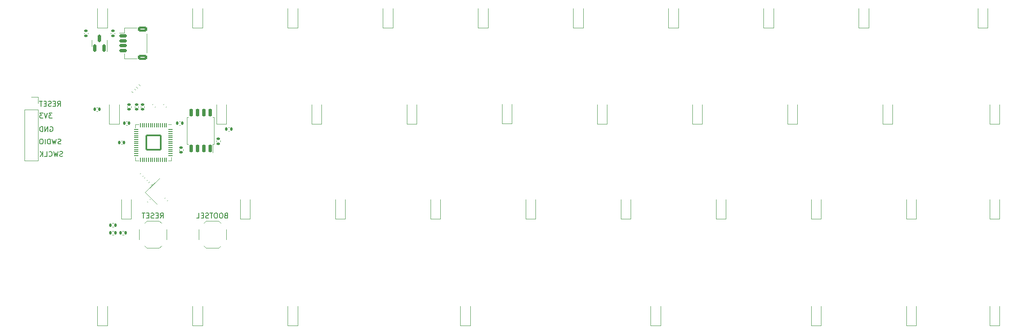
<source format=gbo>
%TF.GenerationSoftware,KiCad,Pcbnew,7.0.6*%
%TF.CreationDate,2023-07-31T23:10:21-04:00*%
%TF.ProjectId,cutiepie2040-hotswap,63757469-6570-4696-9532-3034302d686f,rev?*%
%TF.SameCoordinates,PX2d6b3a0PY6f46b48*%
%TF.FileFunction,Legend,Bot*%
%TF.FilePolarity,Positive*%
%FSLAX46Y46*%
G04 Gerber Fmt 4.6, Leading zero omitted, Abs format (unit mm)*
G04 Created by KiCad (PCBNEW 7.0.6) date 2023-07-31 23:10:21*
%MOMM*%
%LPD*%
G01*
G04 APERTURE LIST*
G04 Aperture macros list*
%AMRoundRect*
0 Rectangle with rounded corners*
0 $1 Rounding radius*
0 $2 $3 $4 $5 $6 $7 $8 $9 X,Y pos of 4 corners*
0 Add a 4 corners polygon primitive as box body*
4,1,4,$2,$3,$4,$5,$6,$7,$8,$9,$2,$3,0*
0 Add four circle primitives for the rounded corners*
1,1,$1+$1,$2,$3*
1,1,$1+$1,$4,$5*
1,1,$1+$1,$6,$7*
1,1,$1+$1,$8,$9*
0 Add four rect primitives between the rounded corners*
20,1,$1+$1,$2,$3,$4,$5,0*
20,1,$1+$1,$4,$5,$6,$7,0*
20,1,$1+$1,$6,$7,$8,$9,0*
20,1,$1+$1,$8,$9,$2,$3,0*%
%AMRotRect*
0 Rectangle, with rotation*
0 The origin of the aperture is its center*
0 $1 length*
0 $2 width*
0 $3 Rotation angle, in degrees counterclockwise*
0 Add horizontal line*
21,1,$1,$2,0,0,$3*%
G04 Aperture macros list end*
%ADD10C,0.150000*%
%ADD11C,0.120000*%
%ADD12C,1.750000*%
%ADD13C,3.000000*%
%ADD14C,3.987800*%
%ADD15R,2.550000X2.500000*%
%ADD16RoundRect,0.140000X0.021213X-0.219203X0.219203X-0.021213X-0.021213X0.219203X-0.219203X0.021213X0*%
%ADD17R,1.200000X0.900000*%
%ADD18R,1.700000X1.000000*%
%ADD19RoundRect,0.135000X0.035355X-0.226274X0.226274X-0.035355X-0.035355X0.226274X-0.226274X0.035355X0*%
%ADD20RoundRect,0.135000X-0.135000X-0.185000X0.135000X-0.185000X0.135000X0.185000X-0.135000X0.185000X0*%
%ADD21RoundRect,0.135000X0.185000X-0.135000X0.185000X0.135000X-0.185000X0.135000X-0.185000X-0.135000X0*%
%ADD22RoundRect,0.140000X0.170000X-0.140000X0.170000X0.140000X-0.170000X0.140000X-0.170000X-0.140000X0*%
%ADD23C,3.048000*%
%ADD24RoundRect,0.140000X-0.170000X0.140000X-0.170000X-0.140000X0.170000X-0.140000X0.170000X0.140000X0*%
%ADD25RoundRect,0.140000X0.140000X0.170000X-0.140000X0.170000X-0.140000X-0.170000X0.140000X-0.170000X0*%
%ADD26RoundRect,0.135000X-0.226274X-0.035355X-0.035355X-0.226274X0.226274X0.035355X0.035355X0.226274X0*%
%ADD27R,2.550000X2.150000*%
%ADD28RoundRect,0.140000X-0.021213X0.219203X-0.219203X0.021213X0.021213X-0.219203X0.219203X-0.021213X0*%
%ADD29RoundRect,0.140000X-0.140000X-0.170000X0.140000X-0.170000X0.140000X0.170000X-0.140000X0.170000X0*%
%ADD30RoundRect,0.150000X0.150000X-0.587500X0.150000X0.587500X-0.150000X0.587500X-0.150000X-0.587500X0*%
%ADD31RoundRect,0.150000X0.150000X-0.650000X0.150000X0.650000X-0.150000X0.650000X-0.150000X-0.650000X0*%
%ADD32RoundRect,0.050000X0.387500X0.050000X-0.387500X0.050000X-0.387500X-0.050000X0.387500X-0.050000X0*%
%ADD33RoundRect,0.050000X0.050000X0.387500X-0.050000X0.387500X-0.050000X-0.387500X0.050000X-0.387500X0*%
%ADD34RoundRect,0.144000X1.456000X1.456000X-1.456000X1.456000X-1.456000X-1.456000X1.456000X-1.456000X0*%
%ADD35R,1.700000X1.700000*%
%ADD36O,1.700000X1.700000*%
%ADD37RoundRect,0.140000X0.219203X0.021213X0.021213X0.219203X-0.219203X-0.021213X-0.021213X-0.219203X0*%
%ADD38RoundRect,0.150000X-0.625000X0.150000X-0.625000X-0.150000X0.625000X-0.150000X0.625000X0.150000X0*%
%ADD39RoundRect,0.229167X-0.670833X0.320833X-0.670833X-0.320833X0.670833X-0.320833X0.670833X0.320833X0*%
%ADD40RotRect,1.400000X1.200000X45.000000*%
G04 APERTURE END LIST*
D10*
X6000606Y48765615D02*
X5381559Y48765615D01*
X5381559Y48765615D02*
X5714892Y48384663D01*
X5714892Y48384663D02*
X5572035Y48384663D01*
X5572035Y48384663D02*
X5476797Y48337044D01*
X5476797Y48337044D02*
X5429178Y48289425D01*
X5429178Y48289425D02*
X5381559Y48194187D01*
X5381559Y48194187D02*
X5381559Y47956092D01*
X5381559Y47956092D02*
X5429178Y47860854D01*
X5429178Y47860854D02*
X5476797Y47813234D01*
X5476797Y47813234D02*
X5572035Y47765615D01*
X5572035Y47765615D02*
X5857749Y47765615D01*
X5857749Y47765615D02*
X5952987Y47813234D01*
X5952987Y47813234D02*
X6000606Y47860854D01*
X5095844Y48765615D02*
X4762511Y47765615D01*
X4762511Y47765615D02*
X4429178Y48765615D01*
X4191082Y48765615D02*
X3572035Y48765615D01*
X3572035Y48765615D02*
X3905368Y48384663D01*
X3905368Y48384663D02*
X3762511Y48384663D01*
X3762511Y48384663D02*
X3667273Y48337044D01*
X3667273Y48337044D02*
X3619654Y48289425D01*
X3619654Y48289425D02*
X3572035Y48194187D01*
X3572035Y48194187D02*
X3572035Y47956092D01*
X3572035Y47956092D02*
X3619654Y47860854D01*
X3619654Y47860854D02*
X3667273Y47813234D01*
X3667273Y47813234D02*
X3762511Y47765615D01*
X3762511Y47765615D02*
X4048225Y47765615D01*
X4048225Y47765615D02*
X4143463Y47813234D01*
X4143463Y47813234D02*
X4191082Y47860854D01*
X7107864Y50146871D02*
X7441197Y50623062D01*
X7679292Y50146871D02*
X7679292Y51146871D01*
X7679292Y51146871D02*
X7298340Y51146871D01*
X7298340Y51146871D02*
X7203102Y51099252D01*
X7203102Y51099252D02*
X7155483Y51051633D01*
X7155483Y51051633D02*
X7107864Y50956395D01*
X7107864Y50956395D02*
X7107864Y50813538D01*
X7107864Y50813538D02*
X7155483Y50718300D01*
X7155483Y50718300D02*
X7203102Y50670681D01*
X7203102Y50670681D02*
X7298340Y50623062D01*
X7298340Y50623062D02*
X7679292Y50623062D01*
X6679292Y50670681D02*
X6345959Y50670681D01*
X6203102Y50146871D02*
X6679292Y50146871D01*
X6679292Y50146871D02*
X6679292Y51146871D01*
X6679292Y51146871D02*
X6203102Y51146871D01*
X5822149Y50194490D02*
X5679292Y50146871D01*
X5679292Y50146871D02*
X5441197Y50146871D01*
X5441197Y50146871D02*
X5345959Y50194490D01*
X5345959Y50194490D02*
X5298340Y50242110D01*
X5298340Y50242110D02*
X5250721Y50337348D01*
X5250721Y50337348D02*
X5250721Y50432586D01*
X5250721Y50432586D02*
X5298340Y50527824D01*
X5298340Y50527824D02*
X5345959Y50575443D01*
X5345959Y50575443D02*
X5441197Y50623062D01*
X5441197Y50623062D02*
X5631673Y50670681D01*
X5631673Y50670681D02*
X5726911Y50718300D01*
X5726911Y50718300D02*
X5774530Y50765919D01*
X5774530Y50765919D02*
X5822149Y50861157D01*
X5822149Y50861157D02*
X5822149Y50956395D01*
X5822149Y50956395D02*
X5774530Y51051633D01*
X5774530Y51051633D02*
X5726911Y51099252D01*
X5726911Y51099252D02*
X5631673Y51146871D01*
X5631673Y51146871D02*
X5393578Y51146871D01*
X5393578Y51146871D02*
X5250721Y51099252D01*
X4822149Y50670681D02*
X4488816Y50670681D01*
X4345959Y50146871D02*
X4822149Y50146871D01*
X4822149Y50146871D02*
X4822149Y51146871D01*
X4822149Y51146871D02*
X4345959Y51146871D01*
X4060244Y51146871D02*
X3488816Y51146871D01*
X3774530Y50146871D02*
X3774530Y51146871D01*
X5611784Y46039083D02*
X5707022Y46086702D01*
X5707022Y46086702D02*
X5849879Y46086702D01*
X5849879Y46086702D02*
X5992736Y46039083D01*
X5992736Y46039083D02*
X6087974Y45943845D01*
X6087974Y45943845D02*
X6135593Y45848607D01*
X6135593Y45848607D02*
X6183212Y45658131D01*
X6183212Y45658131D02*
X6183212Y45515274D01*
X6183212Y45515274D02*
X6135593Y45324798D01*
X6135593Y45324798D02*
X6087974Y45229560D01*
X6087974Y45229560D02*
X5992736Y45134321D01*
X5992736Y45134321D02*
X5849879Y45086702D01*
X5849879Y45086702D02*
X5754641Y45086702D01*
X5754641Y45086702D02*
X5611784Y45134321D01*
X5611784Y45134321D02*
X5564165Y45181941D01*
X5564165Y45181941D02*
X5564165Y45515274D01*
X5564165Y45515274D02*
X5754641Y45515274D01*
X5135593Y45086702D02*
X5135593Y46086702D01*
X5135593Y46086702D02*
X4564165Y45086702D01*
X4564165Y45086702D02*
X4564165Y46086702D01*
X4087974Y45086702D02*
X4087974Y46086702D01*
X4087974Y46086702D02*
X3849879Y46086702D01*
X3849879Y46086702D02*
X3707022Y46039083D01*
X3707022Y46039083D02*
X3611784Y45943845D01*
X3611784Y45943845D02*
X3564165Y45848607D01*
X3564165Y45848607D02*
X3516546Y45658131D01*
X3516546Y45658131D02*
X3516546Y45515274D01*
X3516546Y45515274D02*
X3564165Y45324798D01*
X3564165Y45324798D02*
X3611784Y45229560D01*
X3611784Y45229560D02*
X3707022Y45134321D01*
X3707022Y45134321D02*
X3849879Y45086702D01*
X3849879Y45086702D02*
X4087974Y45086702D01*
X8111784Y40130594D02*
X7968927Y40082975D01*
X7968927Y40082975D02*
X7730832Y40082975D01*
X7730832Y40082975D02*
X7635594Y40130594D01*
X7635594Y40130594D02*
X7587975Y40178214D01*
X7587975Y40178214D02*
X7540356Y40273452D01*
X7540356Y40273452D02*
X7540356Y40368690D01*
X7540356Y40368690D02*
X7587975Y40463928D01*
X7587975Y40463928D02*
X7635594Y40511547D01*
X7635594Y40511547D02*
X7730832Y40559166D01*
X7730832Y40559166D02*
X7921308Y40606785D01*
X7921308Y40606785D02*
X8016546Y40654404D01*
X8016546Y40654404D02*
X8064165Y40702023D01*
X8064165Y40702023D02*
X8111784Y40797261D01*
X8111784Y40797261D02*
X8111784Y40892499D01*
X8111784Y40892499D02*
X8064165Y40987737D01*
X8064165Y40987737D02*
X8016546Y41035356D01*
X8016546Y41035356D02*
X7921308Y41082975D01*
X7921308Y41082975D02*
X7683213Y41082975D01*
X7683213Y41082975D02*
X7540356Y41035356D01*
X7207022Y41082975D02*
X6968927Y40082975D01*
X6968927Y40082975D02*
X6778451Y40797261D01*
X6778451Y40797261D02*
X6587975Y40082975D01*
X6587975Y40082975D02*
X6349880Y41082975D01*
X5397499Y40178214D02*
X5445118Y40130594D01*
X5445118Y40130594D02*
X5587975Y40082975D01*
X5587975Y40082975D02*
X5683213Y40082975D01*
X5683213Y40082975D02*
X5826070Y40130594D01*
X5826070Y40130594D02*
X5921308Y40225833D01*
X5921308Y40225833D02*
X5968927Y40321071D01*
X5968927Y40321071D02*
X6016546Y40511547D01*
X6016546Y40511547D02*
X6016546Y40654404D01*
X6016546Y40654404D02*
X5968927Y40844880D01*
X5968927Y40844880D02*
X5921308Y40940118D01*
X5921308Y40940118D02*
X5826070Y41035356D01*
X5826070Y41035356D02*
X5683213Y41082975D01*
X5683213Y41082975D02*
X5587975Y41082975D01*
X5587975Y41082975D02*
X5445118Y41035356D01*
X5445118Y41035356D02*
X5397499Y40987737D01*
X4492737Y40082975D02*
X4968927Y40082975D01*
X4968927Y40082975D02*
X4968927Y41082975D01*
X4159403Y40082975D02*
X4159403Y41082975D01*
X3587975Y40082975D02*
X4016546Y40654404D01*
X3587975Y41082975D02*
X4159403Y40511547D01*
X7768926Y42630594D02*
X7626069Y42582975D01*
X7626069Y42582975D02*
X7387974Y42582975D01*
X7387974Y42582975D02*
X7292736Y42630594D01*
X7292736Y42630594D02*
X7245117Y42678214D01*
X7245117Y42678214D02*
X7197498Y42773452D01*
X7197498Y42773452D02*
X7197498Y42868690D01*
X7197498Y42868690D02*
X7245117Y42963928D01*
X7245117Y42963928D02*
X7292736Y43011547D01*
X7292736Y43011547D02*
X7387974Y43059166D01*
X7387974Y43059166D02*
X7578450Y43106785D01*
X7578450Y43106785D02*
X7673688Y43154404D01*
X7673688Y43154404D02*
X7721307Y43202023D01*
X7721307Y43202023D02*
X7768926Y43297261D01*
X7768926Y43297261D02*
X7768926Y43392499D01*
X7768926Y43392499D02*
X7721307Y43487737D01*
X7721307Y43487737D02*
X7673688Y43535356D01*
X7673688Y43535356D02*
X7578450Y43582975D01*
X7578450Y43582975D02*
X7340355Y43582975D01*
X7340355Y43582975D02*
X7197498Y43535356D01*
X6864164Y43582975D02*
X6626069Y42582975D01*
X6626069Y42582975D02*
X6435593Y43297261D01*
X6435593Y43297261D02*
X6245117Y42582975D01*
X6245117Y42582975D02*
X6007022Y43582975D01*
X5626069Y42582975D02*
X5626069Y43582975D01*
X5626069Y43582975D02*
X5387974Y43582975D01*
X5387974Y43582975D02*
X5245117Y43535356D01*
X5245117Y43535356D02*
X5149879Y43440118D01*
X5149879Y43440118D02*
X5102260Y43344880D01*
X5102260Y43344880D02*
X5054641Y43154404D01*
X5054641Y43154404D02*
X5054641Y43011547D01*
X5054641Y43011547D02*
X5102260Y42821071D01*
X5102260Y42821071D02*
X5149879Y42725833D01*
X5149879Y42725833D02*
X5245117Y42630594D01*
X5245117Y42630594D02*
X5387974Y42582975D01*
X5387974Y42582975D02*
X5626069Y42582975D01*
X4626069Y42582975D02*
X4626069Y43582975D01*
X3959403Y43582975D02*
X3768927Y43582975D01*
X3768927Y43582975D02*
X3673689Y43535356D01*
X3673689Y43535356D02*
X3578451Y43440118D01*
X3578451Y43440118D02*
X3530832Y43249642D01*
X3530832Y43249642D02*
X3530832Y42916309D01*
X3530832Y42916309D02*
X3578451Y42725833D01*
X3578451Y42725833D02*
X3673689Y42630594D01*
X3673689Y42630594D02*
X3768927Y42582975D01*
X3768927Y42582975D02*
X3959403Y42582975D01*
X3959403Y42582975D02*
X4054641Y42630594D01*
X4054641Y42630594D02*
X4149879Y42725833D01*
X4149879Y42725833D02*
X4197498Y42916309D01*
X4197498Y42916309D02*
X4197498Y43249642D01*
X4197498Y43249642D02*
X4149879Y43440118D01*
X4149879Y43440118D02*
X4054641Y43535356D01*
X4054641Y43535356D02*
X3959403Y43582975D01*
X27646197Y27703055D02*
X27979530Y28179246D01*
X28217625Y27703055D02*
X28217625Y28703055D01*
X28217625Y28703055D02*
X27836673Y28703055D01*
X27836673Y28703055D02*
X27741435Y28655436D01*
X27741435Y28655436D02*
X27693816Y28607817D01*
X27693816Y28607817D02*
X27646197Y28512579D01*
X27646197Y28512579D02*
X27646197Y28369722D01*
X27646197Y28369722D02*
X27693816Y28274484D01*
X27693816Y28274484D02*
X27741435Y28226865D01*
X27741435Y28226865D02*
X27836673Y28179246D01*
X27836673Y28179246D02*
X28217625Y28179246D01*
X27217625Y28226865D02*
X26884292Y28226865D01*
X26741435Y27703055D02*
X27217625Y27703055D01*
X27217625Y27703055D02*
X27217625Y28703055D01*
X27217625Y28703055D02*
X26741435Y28703055D01*
X26360482Y27750674D02*
X26217625Y27703055D01*
X26217625Y27703055D02*
X25979530Y27703055D01*
X25979530Y27703055D02*
X25884292Y27750674D01*
X25884292Y27750674D02*
X25836673Y27798294D01*
X25836673Y27798294D02*
X25789054Y27893532D01*
X25789054Y27893532D02*
X25789054Y27988770D01*
X25789054Y27988770D02*
X25836673Y28084008D01*
X25836673Y28084008D02*
X25884292Y28131627D01*
X25884292Y28131627D02*
X25979530Y28179246D01*
X25979530Y28179246D02*
X26170006Y28226865D01*
X26170006Y28226865D02*
X26265244Y28274484D01*
X26265244Y28274484D02*
X26312863Y28322103D01*
X26312863Y28322103D02*
X26360482Y28417341D01*
X26360482Y28417341D02*
X26360482Y28512579D01*
X26360482Y28512579D02*
X26312863Y28607817D01*
X26312863Y28607817D02*
X26265244Y28655436D01*
X26265244Y28655436D02*
X26170006Y28703055D01*
X26170006Y28703055D02*
X25931911Y28703055D01*
X25931911Y28703055D02*
X25789054Y28655436D01*
X25360482Y28226865D02*
X25027149Y28226865D01*
X24884292Y27703055D02*
X25360482Y27703055D01*
X25360482Y27703055D02*
X25360482Y28703055D01*
X25360482Y28703055D02*
X24884292Y28703055D01*
X24598577Y28703055D02*
X24027149Y28703055D01*
X24312863Y27703055D02*
X24312863Y28703055D01*
X40790572Y28226865D02*
X40647715Y28179246D01*
X40647715Y28179246D02*
X40600096Y28131627D01*
X40600096Y28131627D02*
X40552477Y28036389D01*
X40552477Y28036389D02*
X40552477Y27893532D01*
X40552477Y27893532D02*
X40600096Y27798294D01*
X40600096Y27798294D02*
X40647715Y27750674D01*
X40647715Y27750674D02*
X40742953Y27703055D01*
X40742953Y27703055D02*
X41123905Y27703055D01*
X41123905Y27703055D02*
X41123905Y28703055D01*
X41123905Y28703055D02*
X40790572Y28703055D01*
X40790572Y28703055D02*
X40695334Y28655436D01*
X40695334Y28655436D02*
X40647715Y28607817D01*
X40647715Y28607817D02*
X40600096Y28512579D01*
X40600096Y28512579D02*
X40600096Y28417341D01*
X40600096Y28417341D02*
X40647715Y28322103D01*
X40647715Y28322103D02*
X40695334Y28274484D01*
X40695334Y28274484D02*
X40790572Y28226865D01*
X40790572Y28226865D02*
X41123905Y28226865D01*
X39933429Y28703055D02*
X39742953Y28703055D01*
X39742953Y28703055D02*
X39647715Y28655436D01*
X39647715Y28655436D02*
X39552477Y28560198D01*
X39552477Y28560198D02*
X39504858Y28369722D01*
X39504858Y28369722D02*
X39504858Y28036389D01*
X39504858Y28036389D02*
X39552477Y27845913D01*
X39552477Y27845913D02*
X39647715Y27750674D01*
X39647715Y27750674D02*
X39742953Y27703055D01*
X39742953Y27703055D02*
X39933429Y27703055D01*
X39933429Y27703055D02*
X40028667Y27750674D01*
X40028667Y27750674D02*
X40123905Y27845913D01*
X40123905Y27845913D02*
X40171524Y28036389D01*
X40171524Y28036389D02*
X40171524Y28369722D01*
X40171524Y28369722D02*
X40123905Y28560198D01*
X40123905Y28560198D02*
X40028667Y28655436D01*
X40028667Y28655436D02*
X39933429Y28703055D01*
X38885810Y28703055D02*
X38695334Y28703055D01*
X38695334Y28703055D02*
X38600096Y28655436D01*
X38600096Y28655436D02*
X38504858Y28560198D01*
X38504858Y28560198D02*
X38457239Y28369722D01*
X38457239Y28369722D02*
X38457239Y28036389D01*
X38457239Y28036389D02*
X38504858Y27845913D01*
X38504858Y27845913D02*
X38600096Y27750674D01*
X38600096Y27750674D02*
X38695334Y27703055D01*
X38695334Y27703055D02*
X38885810Y27703055D01*
X38885810Y27703055D02*
X38981048Y27750674D01*
X38981048Y27750674D02*
X39076286Y27845913D01*
X39076286Y27845913D02*
X39123905Y28036389D01*
X39123905Y28036389D02*
X39123905Y28369722D01*
X39123905Y28369722D02*
X39076286Y28560198D01*
X39076286Y28560198D02*
X38981048Y28655436D01*
X38981048Y28655436D02*
X38885810Y28703055D01*
X38171524Y28703055D02*
X37600096Y28703055D01*
X37885810Y27703055D02*
X37885810Y28703055D01*
X37314381Y27750674D02*
X37171524Y27703055D01*
X37171524Y27703055D02*
X36933429Y27703055D01*
X36933429Y27703055D02*
X36838191Y27750674D01*
X36838191Y27750674D02*
X36790572Y27798294D01*
X36790572Y27798294D02*
X36742953Y27893532D01*
X36742953Y27893532D02*
X36742953Y27988770D01*
X36742953Y27988770D02*
X36790572Y28084008D01*
X36790572Y28084008D02*
X36838191Y28131627D01*
X36838191Y28131627D02*
X36933429Y28179246D01*
X36933429Y28179246D02*
X37123905Y28226865D01*
X37123905Y28226865D02*
X37219143Y28274484D01*
X37219143Y28274484D02*
X37266762Y28322103D01*
X37266762Y28322103D02*
X37314381Y28417341D01*
X37314381Y28417341D02*
X37314381Y28512579D01*
X37314381Y28512579D02*
X37266762Y28607817D01*
X37266762Y28607817D02*
X37219143Y28655436D01*
X37219143Y28655436D02*
X37123905Y28703055D01*
X37123905Y28703055D02*
X36885810Y28703055D01*
X36885810Y28703055D02*
X36742953Y28655436D01*
X36314381Y28226865D02*
X35981048Y28226865D01*
X35838191Y27703055D02*
X36314381Y27703055D01*
X36314381Y27703055D02*
X36314381Y28703055D01*
X36314381Y28703055D02*
X35838191Y28703055D01*
X34933429Y27703055D02*
X35409619Y27703055D01*
X35409619Y27703055D02*
X35409619Y28703055D01*
D11*
%TO.C,C_1V-Decoup2*%
X28244262Y50482340D02*
X28396765Y50634843D01*
X28753379Y49973223D02*
X28905882Y50125726D01*
%TO.C,D6*%
X38885891Y46565862D02*
X38885891Y50465862D01*
X40885891Y46565862D02*
X38885891Y46565862D01*
X40885891Y46565862D02*
X40885891Y50465862D01*
%TO.C,D14*%
X76985923Y46565862D02*
X76985923Y50465862D01*
X78985923Y46565862D02*
X76985923Y46565862D01*
X78985923Y46565862D02*
X78985923Y50465862D01*
%TO.C,C_Crystal1*%
X28500165Y31688195D02*
X28652668Y31840698D01*
X29009282Y31179078D02*
X29161785Y31331581D01*
%TO.C,SW2*%
X23443816Y23407874D02*
X23443816Y25407874D01*
X24493816Y26707874D02*
X24943816Y27157874D01*
X24493816Y22107874D02*
X24943816Y21657874D01*
X24943816Y27157874D02*
X27443816Y27157874D01*
X24943816Y21657874D02*
X27443816Y21657874D01*
X27893816Y26707874D02*
X27443816Y27157874D01*
X27893816Y22107874D02*
X27443816Y21657874D01*
X28943816Y23407874D02*
X28943816Y25407874D01*
%TO.C,D37*%
X193667271Y27515846D02*
X193667271Y31415846D01*
X195667271Y27515846D02*
X193667271Y27515846D01*
X195667271Y27515846D02*
X195667271Y31415846D01*
%TO.C,R_Crystal1*%
X25296504Y34827078D02*
X25513785Y35044359D01*
X25833905Y34289677D02*
X26051186Y34506958D01*
%TO.C,R_Flash2*%
X18003435Y25085531D02*
X18310717Y25085531D01*
X18003435Y24325531D02*
X18310717Y24325531D01*
%TO.C,D17*%
X96035939Y46701801D02*
X96035939Y50601801D01*
X98035939Y46701801D02*
X96035939Y46701801D01*
X98035939Y46701801D02*
X98035939Y50601801D01*
%TO.C,R_Flash1*%
X38910724Y43006624D02*
X38910724Y43313906D01*
X39670724Y43006624D02*
X39670724Y43313906D01*
%TO.C,SW1*%
X35350096Y23407874D02*
X35350096Y25407874D01*
X36400096Y26707874D02*
X36850096Y27157874D01*
X36400096Y22107874D02*
X36850096Y21657874D01*
X36850096Y27157874D02*
X39350096Y27157874D01*
X36850096Y21657874D02*
X39350096Y21657874D01*
X39800096Y26707874D02*
X39350096Y27157874D01*
X39800096Y22107874D02*
X39350096Y21657874D01*
X40850096Y23407874D02*
X40850096Y25407874D01*
%TO.C,R_Flash3*%
X20087035Y25085531D02*
X20394317Y25085531D01*
X20087035Y24325531D02*
X20394317Y24325531D01*
%TO.C,D8*%
X34123387Y6084578D02*
X34123387Y9984578D01*
X36123387Y6084578D02*
X34123387Y6084578D01*
X36123387Y6084578D02*
X36123387Y9984578D01*
%TO.C,D20*%
X110323718Y65913453D02*
X110323718Y69813453D01*
X112323718Y65913453D02*
X110323718Y65913453D01*
X112323718Y65913453D02*
X112323718Y69813453D01*
%TO.C,D15*%
X81748427Y27515846D02*
X81748427Y31415846D01*
X83748427Y27515846D02*
X81748427Y27515846D01*
X83748427Y27515846D02*
X83748427Y31415846D01*
%TO.C,D31*%
X167473499Y65913453D02*
X167473499Y69813453D01*
X169473499Y65913453D02*
X167473499Y65913453D01*
X169473499Y65913453D02*
X169473499Y69813453D01*
%TO.C,C_3V-Decoup2*%
X21071304Y49898540D02*
X21071304Y50114212D01*
X21791304Y49898540D02*
X21791304Y50114212D01*
%TO.C,D13*%
X72223622Y65913453D02*
X72223622Y69813453D01*
X74223622Y65913453D02*
X72223622Y65913453D01*
X74223622Y65913453D02*
X74223622Y69813453D01*
%TO.C,D23*%
X125801589Y6084578D02*
X125801589Y9984578D01*
X127801589Y6084578D02*
X125801589Y6084578D01*
X127801589Y6084578D02*
X127801589Y9984578D01*
%TO.C,C_3V-Decoup7*%
X22559589Y49898540D02*
X22559589Y50114212D01*
X23279589Y49898540D02*
X23279589Y50114212D01*
%TO.C,D32*%
X172236003Y46565862D02*
X172236003Y50465862D01*
X174236003Y46565862D02*
X172236003Y46565862D01*
X174236003Y46565862D02*
X174236003Y50465862D01*
%TO.C,D4*%
X15073371Y6084578D02*
X15073371Y9984578D01*
X17073371Y6084578D02*
X15073371Y6084578D01*
X17073371Y6084578D02*
X17073371Y9984578D01*
%TO.C,C_3V-Decoup9*%
X32209299Y41482159D02*
X32209299Y41266487D01*
X31489299Y41482159D02*
X31489299Y41266487D01*
%TO.C,C_3V-Decoup4*%
X20050855Y42502608D02*
X19835183Y42502608D01*
X20050855Y43222608D02*
X19835183Y43222608D01*
%TO.C,D26*%
X138898475Y27515846D02*
X138898475Y31415846D01*
X140898475Y27515846D02*
X138898475Y27515846D01*
X140898475Y27515846D02*
X140898475Y31415846D01*
%TO.C,D28*%
X153185987Y46565862D02*
X153185987Y50465862D01*
X155185987Y46565862D02*
X153185987Y46565862D01*
X155185987Y46565862D02*
X155185987Y50465862D01*
%TO.C,R_DATA1*%
X23377306Y54550915D02*
X23594587Y54333634D01*
X22839905Y54013514D02*
X23057186Y53796233D01*
%TO.C,C_3V-Decoup8*%
X25111685Y35381681D02*
X24959182Y35229178D01*
X24602568Y35890798D02*
X24450065Y35738295D01*
%TO.C,C_Flash1*%
X41266487Y45901521D02*
X41482159Y45901521D01*
X41266487Y45181521D02*
X41482159Y45181521D01*
%TO.C,D10*%
X57935907Y46565862D02*
X57935907Y50465862D01*
X59935907Y46565862D02*
X57935907Y46565862D01*
X59935907Y46565862D02*
X59935907Y50465862D01*
%TO.C,D35*%
X191286019Y65913453D02*
X191286019Y69813453D01*
X193286019Y65913453D02*
X191286019Y65913453D01*
X193286019Y65913453D02*
X193286019Y69813453D01*
%TO.C,D38*%
X193667271Y6084578D02*
X193667271Y9984578D01*
X195667271Y6084578D02*
X193667271Y6084578D01*
X195667271Y6084578D02*
X195667271Y9984578D01*
%TO.C,D19*%
X87701557Y6084578D02*
X87701557Y9984578D01*
X89701557Y6084578D02*
X87701557Y6084578D01*
X89701557Y6084578D02*
X89701557Y9984578D01*
%TO.C,U3*%
X13918164Y62805627D02*
X13918164Y62155627D01*
X13918164Y62805627D02*
X13918164Y63455627D01*
X17038164Y62805627D02*
X17038164Y61130627D01*
X17038164Y62805627D02*
X17038164Y63455627D01*
%TO.C,D25*%
X134135971Y46565862D02*
X134135971Y50465862D01*
X136135971Y46565862D02*
X134135971Y46565862D01*
X136135971Y46565862D02*
X136135971Y50465862D01*
%TO.C,D11*%
X62698411Y27515846D02*
X62698411Y31415846D01*
X64698411Y27515846D02*
X62698411Y27515846D01*
X64698411Y27515846D02*
X64698411Y31415846D01*
%TO.C,C_1V-Decoup3*%
X24269784Y36223582D02*
X24117281Y36071079D01*
X23760667Y36732699D02*
X23608164Y36580196D01*
%TO.C,D18*%
X100798443Y27515846D02*
X100798443Y31415846D01*
X102798443Y27515846D02*
X100798443Y27515846D01*
X102798443Y27515846D02*
X102798443Y31415846D01*
%TO.C,D34*%
X176998507Y6084578D02*
X176998507Y9984578D01*
X178998507Y6084578D02*
X176998507Y6084578D01*
X178998507Y6084578D02*
X178998507Y9984578D01*
%TO.C,D2*%
X17454623Y46565862D02*
X17454623Y50465862D01*
X19454623Y46565862D02*
X17454623Y46565862D01*
X19454623Y46565862D02*
X19454623Y50465862D01*
%TO.C,D3*%
X19835875Y27515846D02*
X19835875Y31415846D01*
X21835875Y27515846D02*
X19835875Y27515846D01*
X21835875Y27515846D02*
X21835875Y31415846D01*
%TO.C,D29*%
X157948491Y27515846D02*
X157948491Y31415846D01*
X159948491Y27515846D02*
X157948491Y27515846D01*
X159948491Y27515846D02*
X159948491Y31415846D01*
%TO.C,D16*%
X91273670Y65913453D02*
X91273670Y69813453D01*
X93273670Y65913453D02*
X91273670Y65913453D01*
X93273670Y65913453D02*
X93273670Y69813453D01*
%TO.C,C_3V-Decoup6*%
X31443806Y47092149D02*
X31659478Y47092149D01*
X31443806Y46372149D02*
X31659478Y46372149D01*
%TO.C,D30*%
X157948491Y6084578D02*
X157948491Y9984578D01*
X159948491Y6084578D02*
X157948491Y6084578D01*
X159948491Y6084578D02*
X159948491Y9984578D01*
%TO.C,D1*%
X15073478Y65913453D02*
X15073478Y69813453D01*
X17073478Y65913453D02*
X15073478Y65913453D01*
X17073478Y65913453D02*
X17073478Y69813453D01*
%TO.C,C_3V-Decoup1*%
X15106000Y49166376D02*
X14890328Y49166376D01*
X15106000Y49886376D02*
X14890328Y49886376D01*
%TO.C,C_LD1*%
X17797077Y64677791D02*
X17797077Y64893463D01*
X18517077Y64677791D02*
X18517077Y64893463D01*
%TO.C,R_RST1*%
X18003436Y26687874D02*
X18310718Y26687874D01*
X18003436Y25927874D02*
X18310718Y25927874D01*
%TO.C,U2*%
X32993700Y42518984D02*
X33253700Y42518984D01*
X38183700Y42518984D02*
X38183700Y40843984D01*
X38443700Y42518984D02*
X38183700Y42518984D01*
X32993700Y45243984D02*
X32993700Y42518984D01*
X32993700Y45243984D02*
X32993700Y47968984D01*
X38443700Y45243984D02*
X38443700Y42518984D01*
X38443700Y45243984D02*
X38443700Y47968984D01*
X32993700Y47968984D02*
X33253700Y47968984D01*
X38443700Y47968984D02*
X38183700Y47968984D01*
%TO.C,D33*%
X176998507Y27515846D02*
X176998507Y31415846D01*
X178998507Y27515846D02*
X176998507Y27515846D01*
X178998507Y27515846D02*
X178998507Y31415846D01*
%TO.C,D36*%
X193667271Y46565862D02*
X193667271Y50465862D01*
X195667271Y46565862D02*
X193667271Y46565862D01*
X195667271Y46565862D02*
X195667271Y50465862D01*
%TO.C,D7*%
X43648395Y27515846D02*
X43648395Y31415846D01*
X45648395Y27515846D02*
X43648395Y27515846D01*
X45648395Y27515846D02*
X45648395Y31415846D01*
%TO.C,D12*%
X53173403Y6084578D02*
X53173403Y9984578D01*
X55173403Y6084578D02*
X53173403Y6084578D01*
X55173403Y6084578D02*
X55173403Y9984578D01*
%TO.C,C_1V-Decoup1*%
X23750217Y49898540D02*
X23750217Y50114212D01*
X24470217Y49898540D02*
X24470217Y50114212D01*
%TO.C,C_3V-Decoup3*%
X26086790Y50482340D02*
X26239293Y50634843D01*
X26595907Y49973223D02*
X26748410Y50125726D01*
%TO.C,D22*%
X119848459Y27515846D02*
X119848459Y31415846D01*
X121848459Y27515846D02*
X119848459Y27515846D01*
X121848459Y27515846D02*
X121848459Y31415846D01*
%TO.C,U1*%
X29888188Y39252608D02*
X29888188Y39902608D01*
X29238188Y39252608D02*
X29888188Y39252608D01*
X29238188Y46472608D02*
X29888188Y46472608D01*
X23318188Y39252608D02*
X22668188Y39252608D01*
X23318188Y46472608D02*
X22668188Y46472608D01*
X22668188Y39252608D02*
X22668188Y39902608D01*
X22668188Y46472608D02*
X22668188Y45822608D01*
%TO.C,J2*%
X3179880Y39222794D02*
X519880Y39222794D01*
X3179880Y49442794D02*
X3179880Y39222794D01*
X3179880Y49442794D02*
X519880Y49442794D01*
X3179880Y50712794D02*
X3179880Y52042794D01*
X3179880Y52042794D02*
X1849880Y52042794D01*
X519880Y49442794D02*
X519880Y39222794D01*
%TO.C,D27*%
X148423483Y65913453D02*
X148423483Y69813453D01*
X150423483Y65913453D02*
X148423483Y65913453D01*
X150423483Y65913453D02*
X150423483Y69813453D01*
%TO.C,C_Crystal2*%
X25156127Y30887064D02*
X25003624Y31039567D01*
X25665244Y31396181D02*
X25512741Y31548684D01*
%TO.C,D9*%
X53173574Y65913453D02*
X53173574Y69813453D01*
X55173574Y65913453D02*
X53173574Y65913453D01*
X55173574Y65913453D02*
X55173574Y69813453D01*
%TO.C,D24*%
X129373467Y65913453D02*
X129373467Y69813453D01*
X131373467Y65913453D02*
X129373467Y65913453D01*
X131373467Y65913453D02*
X131373467Y69813453D01*
%TO.C,C_3V-Decoup5*%
X21059140Y46372149D02*
X20843468Y46372149D01*
X21059140Y47092149D02*
X20843468Y47092149D01*
%TO.C,R_DATA2*%
X22484335Y53657944D02*
X22701616Y53440663D01*
X21946934Y53120543D02*
X22164215Y52903262D01*
%TO.C,C_LD2*%
X12439251Y64677791D02*
X12439251Y64893463D01*
X13159251Y64677791D02*
X13159251Y64893463D01*
%TO.C,J1*%
X22964880Y65915627D02*
X20464880Y65915627D01*
X20464880Y65915627D02*
X20464880Y64865627D01*
X20464880Y64865627D02*
X19474880Y64865627D01*
X24934880Y64745627D02*
X24934880Y60865627D01*
X22964880Y59695627D02*
X20464880Y59695627D01*
X20464880Y59695627D02*
X20464880Y60745627D01*
%TO.C,D21*%
X115085955Y46565862D02*
X115085955Y50465862D01*
X117085955Y46565862D02*
X115085955Y46565862D01*
X117085955Y46565862D02*
X117085955Y50465862D01*
%TO.C,Y1*%
X24647772Y32864664D02*
X27476199Y35693091D01*
X26981225Y30531211D02*
X24647772Y32864664D01*
%TO.C,D5*%
X34123526Y65913453D02*
X34123526Y69813453D01*
X36123526Y65913453D02*
X34123526Y65913453D01*
X36123526Y65913453D02*
X36123526Y69813453D01*
%TD*%
%LPC*%
D12*
%TO.C,MX35*%
X190817380Y71437794D03*
D13*
X188277380Y76517794D03*
D14*
X185737380Y71437794D03*
D13*
X181927380Y73977794D03*
D12*
X180657380Y71437794D03*
D15*
X178652380Y73977794D03*
X191579380Y76517794D03*
%TD*%
D16*
%TO.C,C_1V-Decoup2*%
X28235661Y49964622D03*
X28914483Y50643444D03*
%TD*%
D12*
%TO.C,MX4*%
X14604880Y14287794D03*
D13*
X12064880Y19367794D03*
D14*
X9524880Y14287794D03*
D13*
X5714880Y16827794D03*
D12*
X4444880Y14287794D03*
D15*
X2439880Y16827794D03*
X15366880Y19367794D03*
%TD*%
D12*
%TO.C,MX1*%
X14604880Y71437794D03*
D13*
X12064880Y76517794D03*
D14*
X9524880Y71437794D03*
D13*
X5714880Y73977794D03*
D12*
X4444880Y71437794D03*
D15*
X2439880Y73977794D03*
X15366880Y76517794D03*
%TD*%
D17*
%TO.C,D6*%
X39885891Y47165862D03*
X39885891Y50465862D03*
%TD*%
%TO.C,D14*%
X77985923Y47165862D03*
X77985923Y50465862D03*
%TD*%
D16*
%TO.C,C_Crystal1*%
X28491564Y31170477D03*
X29170386Y31849299D03*
%TD*%
D18*
%TO.C,SW2*%
X23043816Y22507874D03*
X29343816Y22507874D03*
X23043816Y26307874D03*
X29343816Y26307874D03*
%TD*%
D12*
%TO.C,MX22*%
X119379880Y33337794D03*
D13*
X116839880Y38417794D03*
D14*
X114299880Y33337794D03*
D13*
X110489880Y35877794D03*
D12*
X109219880Y33337794D03*
D15*
X107214880Y35877794D03*
X120141880Y38417794D03*
%TD*%
D17*
%TO.C,D37*%
X194667271Y28115846D03*
X194667271Y31415846D03*
%TD*%
D19*
%TO.C,R_Crystal1*%
X25313221Y34306394D03*
X26034469Y35027642D03*
%TD*%
D12*
%TO.C,MX17*%
X95567380Y52387794D03*
D13*
X93027380Y57467794D03*
D14*
X90487380Y52387794D03*
D13*
X86677380Y54927794D03*
D12*
X85407380Y52387794D03*
D15*
X83402380Y54927794D03*
X96329380Y57467794D03*
%TD*%
D12*
%TO.C,MX2*%
X16986130Y52387794D03*
D13*
X14446130Y57467794D03*
D14*
X11906130Y52387794D03*
D13*
X8096130Y54927794D03*
D12*
X6826130Y52387794D03*
D15*
X4821130Y54927794D03*
X17748130Y57467794D03*
%TD*%
D12*
%TO.C,MX11*%
X62229880Y33337794D03*
D13*
X59689880Y38417794D03*
D14*
X57149880Y33337794D03*
D13*
X53339880Y35877794D03*
D12*
X52069880Y33337794D03*
D15*
X50064880Y35877794D03*
X62991880Y38417794D03*
%TD*%
D20*
%TO.C,R_Flash2*%
X17647076Y24705531D03*
X18667076Y24705531D03*
%TD*%
D12*
%TO.C,MX10*%
X57467380Y52387794D03*
D13*
X54927380Y57467794D03*
D14*
X52387380Y52387794D03*
D13*
X48577380Y54927794D03*
D12*
X47307380Y52387794D03*
D15*
X45302380Y54927794D03*
X58229380Y57467794D03*
%TD*%
D12*
%TO.C,MX18*%
X100329880Y33337794D03*
D13*
X97789880Y38417794D03*
D14*
X95249880Y33337794D03*
D13*
X91439880Y35877794D03*
D12*
X90169880Y33337794D03*
D15*
X88164880Y35877794D03*
X101091880Y38417794D03*
%TD*%
D17*
%TO.C,D17*%
X97035939Y47301801D03*
X97035939Y50601801D03*
%TD*%
D12*
%TO.C,MX30*%
X157479880Y14287794D03*
D13*
X154939880Y19367794D03*
D14*
X152399880Y14287794D03*
D13*
X148589880Y16827794D03*
D12*
X147319880Y14287794D03*
D15*
X145314880Y16827794D03*
X158241880Y19367794D03*
%TD*%
D21*
%TO.C,R_Flash1*%
X39290724Y42650265D03*
X39290724Y43670265D03*
%TD*%
D18*
%TO.C,SW1*%
X34950096Y22507874D03*
X41250096Y22507874D03*
X34950096Y26307874D03*
X41250096Y26307874D03*
%TD*%
D20*
%TO.C,R_Flash3*%
X19730676Y24705531D03*
X20750676Y24705531D03*
%TD*%
D17*
%TO.C,D8*%
X35123387Y6684578D03*
X35123387Y9984578D03*
%TD*%
%TO.C,D20*%
X111323718Y66513453D03*
X111323718Y69813453D03*
%TD*%
%TO.C,D15*%
X82748427Y28115846D03*
X82748427Y31415846D03*
%TD*%
%TO.C,D31*%
X168473499Y66513453D03*
X168473499Y69813453D03*
%TD*%
D22*
%TO.C,C_3V-Decoup2*%
X21431304Y49526376D03*
X21431304Y50486376D03*
%TD*%
D23*
%TO.C,MX23*%
X131000380Y2540024D03*
D14*
X131000380Y17780024D03*
D12*
X124142380Y9525024D03*
D13*
X121602380Y14605024D03*
D14*
X119062380Y9525024D03*
D13*
X115252380Y12065024D03*
D12*
X113982380Y9525024D03*
D23*
X107124380Y2540024D03*
D14*
X107124380Y17780024D03*
D15*
X111977380Y12065024D03*
X124904380Y14605024D03*
%TD*%
D17*
%TO.C,D13*%
X73223622Y66513453D03*
X73223622Y69813453D03*
%TD*%
%TO.C,D23*%
X126801589Y6684578D03*
X126801589Y9984578D03*
%TD*%
D12*
%TO.C,MX33*%
X176529880Y33337794D03*
D13*
X173989880Y38417794D03*
D14*
X171449880Y33337794D03*
D13*
X167639880Y35877794D03*
D12*
X166369880Y33337794D03*
D15*
X164364880Y35877794D03*
X177291880Y38417794D03*
%TD*%
D22*
%TO.C,C_3V-Decoup7*%
X22919589Y49526376D03*
X22919589Y50486376D03*
%TD*%
D17*
%TO.C,D32*%
X173236003Y47165862D03*
X173236003Y50465862D03*
%TD*%
%TO.C,D4*%
X16073371Y6684578D03*
X16073371Y9984578D03*
%TD*%
D12*
%TO.C,MX13*%
X71754880Y71437794D03*
D13*
X69214880Y76517794D03*
D14*
X66674880Y71437794D03*
D13*
X62864880Y73977794D03*
D12*
X61594880Y71437794D03*
D15*
X59589880Y73977794D03*
X72516880Y76517794D03*
%TD*%
D24*
%TO.C,C_3V-Decoup9*%
X31849299Y41854323D03*
X31849299Y40894323D03*
%TD*%
D25*
%TO.C,C_3V-Decoup4*%
X20423019Y42862608D03*
X19463019Y42862608D03*
%TD*%
D17*
%TO.C,D26*%
X139898475Y28115846D03*
X139898475Y31415846D03*
%TD*%
D12*
%TO.C,MX29*%
X157479880Y33337794D03*
D13*
X154939880Y38417794D03*
D14*
X152399880Y33337794D03*
D13*
X148589880Y35877794D03*
D12*
X147319880Y33337794D03*
D15*
X145314880Y35877794D03*
X158241880Y38417794D03*
%TD*%
D17*
%TO.C,D28*%
X154185987Y47165862D03*
X154185987Y50465862D03*
%TD*%
D12*
%TO.C,MX15*%
X81279880Y33337794D03*
D13*
X78739880Y38417794D03*
D14*
X76199880Y33337794D03*
D13*
X72389880Y35877794D03*
D12*
X71119880Y33337794D03*
D15*
X69114880Y35877794D03*
X82041880Y38417794D03*
%TD*%
D26*
%TO.C,R_DATA1*%
X22856622Y54534198D03*
X23577870Y53812950D03*
%TD*%
D23*
%TO.C,MX39*%
X128587380Y2540024D03*
D14*
X128587380Y17780024D03*
D12*
X105092380Y9525024D03*
D13*
X102552380Y14605024D03*
D14*
X100012380Y9525024D03*
D13*
X96202380Y12065024D03*
D12*
X94932380Y9525024D03*
D23*
X71437380Y2540024D03*
D14*
X71437380Y17780024D03*
D15*
X92927380Y12065024D03*
D27*
X105854380Y14430024D03*
%TD*%
D12*
%TO.C,MX14*%
X76517380Y52387794D03*
D13*
X73977380Y57467794D03*
D14*
X71437380Y52387794D03*
D13*
X67627380Y54927794D03*
D12*
X66357380Y52387794D03*
D15*
X64352380Y54927794D03*
X77279380Y57467794D03*
%TD*%
D12*
%TO.C,MX16*%
X90804880Y71437794D03*
D13*
X88264880Y76517794D03*
D14*
X85724880Y71437794D03*
D13*
X81914880Y73977794D03*
D12*
X80644880Y71437794D03*
D15*
X78639880Y73977794D03*
X91566880Y76517794D03*
%TD*%
D12*
%TO.C,MX5*%
X33654880Y71437794D03*
D13*
X31114880Y76517794D03*
D14*
X28574880Y71437794D03*
D13*
X24764880Y73977794D03*
D12*
X23494880Y71437794D03*
D15*
X21489880Y73977794D03*
X34416880Y76517794D03*
%TD*%
D28*
%TO.C,C_3V-Decoup8*%
X25120286Y35899399D03*
X24441464Y35220577D03*
%TD*%
D12*
%TO.C,MX24*%
X128904880Y71437794D03*
D13*
X126364880Y76517794D03*
D14*
X123824880Y71437794D03*
D13*
X120014880Y73977794D03*
D12*
X118744880Y71437794D03*
D15*
X116739880Y73977794D03*
X129666880Y76517794D03*
%TD*%
D29*
%TO.C,C_Flash1*%
X40894323Y45541521D03*
X41854323Y45541521D03*
%TD*%
D12*
%TO.C,MX21*%
X114617380Y52387794D03*
D13*
X112077380Y57467794D03*
D14*
X109537380Y52387794D03*
D13*
X105727380Y54927794D03*
D12*
X104457380Y52387794D03*
D15*
X102452380Y54927794D03*
X115379380Y57467794D03*
%TD*%
D12*
%TO.C,MX32*%
X171767380Y52387794D03*
D13*
X169227380Y57467794D03*
D14*
X166687380Y52387794D03*
D13*
X162877380Y54927794D03*
D12*
X161607380Y52387794D03*
D15*
X159602380Y54927794D03*
X172529380Y57467794D03*
%TD*%
D12*
%TO.C,MX38*%
X195579880Y14287794D03*
D13*
X193039880Y19367794D03*
D14*
X190499880Y14287794D03*
D13*
X186689880Y16827794D03*
D12*
X185419880Y14287794D03*
D15*
X183414880Y16827794D03*
X196341880Y19367794D03*
%TD*%
D17*
%TO.C,D10*%
X58935907Y47165862D03*
X58935907Y50465862D03*
%TD*%
D12*
%TO.C,MX20*%
X109854880Y71437794D03*
D13*
X107314880Y76517794D03*
D14*
X104774880Y71437794D03*
D13*
X100964880Y73977794D03*
D12*
X99694880Y71437794D03*
D15*
X97689880Y73977794D03*
X110616880Y76517794D03*
%TD*%
D17*
%TO.C,D35*%
X192286019Y66513453D03*
X192286019Y69813453D03*
%TD*%
D12*
%TO.C,MX6*%
X38417380Y52387794D03*
D13*
X35877380Y57467794D03*
D14*
X33337380Y52387794D03*
D13*
X29527380Y54927794D03*
D12*
X28257380Y52387794D03*
D15*
X26252380Y54927794D03*
X39179380Y57467794D03*
%TD*%
D17*
%TO.C,D38*%
X194667271Y6684578D03*
X194667271Y9984578D03*
%TD*%
%TO.C,D19*%
X88701557Y6684578D03*
X88701557Y9984578D03*
%TD*%
D30*
%TO.C,U3*%
X16428164Y61868127D03*
X14528164Y61868127D03*
X15478164Y63743127D03*
%TD*%
D12*
%TO.C,MX36*%
X193198630Y52387794D03*
D13*
X190658630Y57467794D03*
D14*
X188118630Y52387794D03*
D13*
X184308630Y54927794D03*
D12*
X183038630Y52387794D03*
D15*
X181033630Y54927794D03*
X193960630Y57467794D03*
%TD*%
D17*
%TO.C,D25*%
X135135971Y47165862D03*
X135135971Y50465862D03*
%TD*%
D12*
%TO.C,MX37*%
X195579880Y33337794D03*
D13*
X193039880Y38417794D03*
D14*
X190499880Y33337794D03*
D13*
X186689880Y35877794D03*
D12*
X185419880Y33337794D03*
D15*
X183414880Y35877794D03*
X196341880Y38417794D03*
%TD*%
D12*
%TO.C,MX8*%
X33654880Y14287794D03*
D13*
X31114880Y19367794D03*
D14*
X28574880Y14287794D03*
D13*
X24764880Y16827794D03*
D12*
X23494880Y14287794D03*
D15*
X21489880Y16827794D03*
X34416880Y19367794D03*
%TD*%
D17*
%TO.C,D11*%
X63698411Y28115846D03*
X63698411Y31415846D03*
%TD*%
D28*
%TO.C,C_1V-Decoup3*%
X24278385Y36741300D03*
X23599563Y36062478D03*
%TD*%
D12*
%TO.C,MX26*%
X138429880Y33337794D03*
D13*
X135889880Y38417794D03*
D14*
X133349880Y33337794D03*
D13*
X129539880Y35877794D03*
D12*
X128269880Y33337794D03*
D15*
X126264880Y35877794D03*
X139191880Y38417794D03*
%TD*%
D17*
%TO.C,D18*%
X101798443Y28115846D03*
X101798443Y31415846D03*
%TD*%
D12*
%TO.C,MX9*%
X52704880Y71437794D03*
D13*
X50164880Y76517794D03*
D14*
X47624880Y71437794D03*
D13*
X43814880Y73977794D03*
D12*
X42544880Y71437794D03*
D15*
X40539880Y73977794D03*
X53466880Y76517794D03*
%TD*%
D17*
%TO.C,D34*%
X177998507Y6684578D03*
X177998507Y9984578D03*
%TD*%
%TO.C,D2*%
X18454623Y47165862D03*
X18454623Y50465862D03*
%TD*%
%TO.C,D3*%
X20835875Y28115846D03*
X20835875Y31415846D03*
%TD*%
%TO.C,D29*%
X158948491Y28115846D03*
X158948491Y31415846D03*
%TD*%
%TO.C,D16*%
X92273670Y66513453D03*
X92273670Y69813453D03*
%TD*%
D29*
%TO.C,C_3V-Decoup6*%
X31071642Y46732149D03*
X32031642Y46732149D03*
%TD*%
D17*
%TO.C,D30*%
X158948491Y6684578D03*
X158948491Y9984578D03*
%TD*%
%TO.C,D1*%
X16073478Y66513453D03*
X16073478Y69813453D03*
%TD*%
D25*
%TO.C,C_3V-Decoup1*%
X15478164Y49526376D03*
X14518164Y49526376D03*
%TD*%
D22*
%TO.C,C_LD1*%
X18157077Y64305627D03*
X18157077Y65265627D03*
%TD*%
D12*
%TO.C,MX7*%
X43179880Y33337794D03*
D13*
X40639880Y38417794D03*
D14*
X38099880Y33337794D03*
D13*
X34289880Y35877794D03*
D12*
X33019880Y33337794D03*
D15*
X31014880Y35877794D03*
X43941880Y38417794D03*
%TD*%
D20*
%TO.C,R_RST1*%
X17647077Y26307874D03*
X18667077Y26307874D03*
%TD*%
D12*
%TO.C,MX12*%
X52704880Y14287794D03*
D13*
X50164880Y19367794D03*
D14*
X47624880Y14287794D03*
D13*
X43814880Y16827794D03*
D12*
X42544880Y14287794D03*
D15*
X40539880Y16827794D03*
X53466880Y19367794D03*
%TD*%
D12*
%TO.C,MX3*%
X19367380Y33337794D03*
D13*
X16827380Y38417794D03*
D14*
X14287380Y33337794D03*
D13*
X10477380Y35877794D03*
D12*
X9207380Y33337794D03*
D15*
X7202380Y35877794D03*
X20129380Y38417794D03*
%TD*%
D31*
%TO.C,U2*%
X37623700Y41643984D03*
X36353700Y41643984D03*
X35083700Y41643984D03*
X33813700Y41643984D03*
X33813700Y48843984D03*
X35083700Y48843984D03*
X36353700Y48843984D03*
X37623700Y48843984D03*
%TD*%
D17*
%TO.C,D33*%
X177998507Y28115846D03*
X177998507Y31415846D03*
%TD*%
%TO.C,D36*%
X194667271Y47165862D03*
X194667271Y50465862D03*
%TD*%
%TO.C,D7*%
X44648395Y28115846D03*
X44648395Y31415846D03*
%TD*%
%TO.C,D12*%
X54173403Y6684578D03*
X54173403Y9984578D03*
%TD*%
D22*
%TO.C,C_1V-Decoup1*%
X24110217Y49526376D03*
X24110217Y50486376D03*
%TD*%
D16*
%TO.C,C_3V-Decoup3*%
X26078189Y49964622D03*
X26757011Y50643444D03*
%TD*%
D12*
%TO.C,MX27*%
X147954880Y71437794D03*
D13*
X145414880Y76517794D03*
D14*
X142874880Y71437794D03*
D13*
X139064880Y73977794D03*
D12*
X137794880Y71437794D03*
D15*
X135789880Y73977794D03*
X148716880Y76517794D03*
%TD*%
D17*
%TO.C,D22*%
X120848459Y28115846D03*
X120848459Y31415846D03*
%TD*%
D32*
%TO.C,U1*%
X29715688Y45462608D03*
X29715688Y45062608D03*
X29715688Y44662608D03*
X29715688Y44262608D03*
X29715688Y43862608D03*
X29715688Y43462608D03*
X29715688Y43062608D03*
X29715688Y42662608D03*
X29715688Y42262608D03*
X29715688Y41862608D03*
X29715688Y41462608D03*
X29715688Y41062608D03*
X29715688Y40662608D03*
X29715688Y40262608D03*
D33*
X28878188Y39425108D03*
X28478188Y39425108D03*
X28078188Y39425108D03*
X27678188Y39425108D03*
X27278188Y39425108D03*
X26878188Y39425108D03*
X26478188Y39425108D03*
X26078188Y39425108D03*
X25678188Y39425108D03*
X25278188Y39425108D03*
X24878188Y39425108D03*
X24478188Y39425108D03*
X24078188Y39425108D03*
X23678188Y39425108D03*
D32*
X22840688Y40262608D03*
X22840688Y40662608D03*
X22840688Y41062608D03*
X22840688Y41462608D03*
X22840688Y41862608D03*
X22840688Y42262608D03*
X22840688Y42662608D03*
X22840688Y43062608D03*
X22840688Y43462608D03*
X22840688Y43862608D03*
X22840688Y44262608D03*
X22840688Y44662608D03*
X22840688Y45062608D03*
X22840688Y45462608D03*
D33*
X23678188Y46300108D03*
X24078188Y46300108D03*
X24478188Y46300108D03*
X24878188Y46300108D03*
X25278188Y46300108D03*
X25678188Y46300108D03*
X26078188Y46300108D03*
X26478188Y46300108D03*
X26878188Y46300108D03*
X27278188Y46300108D03*
X27678188Y46300108D03*
X28078188Y46300108D03*
X28478188Y46300108D03*
X28878188Y46300108D03*
D34*
X26278188Y42862608D03*
%TD*%
D35*
%TO.C,J2*%
X1849880Y50712794D03*
D36*
X1849880Y48172794D03*
X1849880Y45632794D03*
X1849880Y43092794D03*
X1849880Y40552794D03*
%TD*%
D17*
%TO.C,D27*%
X149423483Y66513453D03*
X149423483Y69813453D03*
%TD*%
D37*
%TO.C,C_Crystal2*%
X25673845Y30878463D03*
X24995023Y31557285D03*
%TD*%
D12*
%TO.C,MX28*%
X152717380Y52387794D03*
D13*
X150177380Y57467794D03*
D14*
X147637380Y52387794D03*
D13*
X143827380Y54927794D03*
D12*
X142557380Y52387794D03*
D15*
X140552380Y54927794D03*
X153479380Y57467794D03*
%TD*%
D12*
%TO.C,MX25*%
X133667380Y52387794D03*
D13*
X131127380Y57467794D03*
D14*
X128587380Y52387794D03*
D13*
X124777380Y54927794D03*
D12*
X123507380Y52387794D03*
D15*
X121502380Y54927794D03*
X134429380Y57467794D03*
%TD*%
D17*
%TO.C,D9*%
X54173574Y66513453D03*
X54173574Y69813453D03*
%TD*%
%TO.C,D24*%
X130373467Y66513453D03*
X130373467Y69813453D03*
%TD*%
D25*
%TO.C,C_3V-Decoup5*%
X21431304Y46732149D03*
X20471304Y46732149D03*
%TD*%
D26*
%TO.C,R_DATA2*%
X21963651Y53641227D03*
X22684899Y52919979D03*
%TD*%
D12*
%TO.C,MX34*%
X176529880Y14287794D03*
D13*
X173989880Y19367794D03*
D14*
X171449880Y14287794D03*
D13*
X167639880Y16827794D03*
D12*
X166369880Y14287794D03*
D15*
X164364880Y16827794D03*
X177291880Y19367794D03*
%TD*%
D22*
%TO.C,C_LD2*%
X12799251Y64305627D03*
X12799251Y65265627D03*
%TD*%
D38*
%TO.C,J1*%
X20249880Y64305627D03*
X20249880Y63305627D03*
X20249880Y62305627D03*
X20249880Y61305627D03*
D39*
X24124880Y65605627D03*
X24124880Y60005627D03*
%TD*%
D23*
%TO.C,MX19*%
X92900380Y2540294D03*
D14*
X92900380Y17780294D03*
D12*
X86042380Y9525294D03*
D13*
X83502380Y14605294D03*
D14*
X80962380Y9525294D03*
D13*
X77152380Y12065294D03*
D12*
X75882380Y9525294D03*
D23*
X69024380Y2540294D03*
D14*
X69024380Y17780294D03*
D15*
X73877380Y12065294D03*
X86804380Y14605294D03*
%TD*%
D17*
%TO.C,D21*%
X116085955Y47165862D03*
X116085955Y50465862D03*
%TD*%
D40*
%TO.C,Y1*%
X25849854Y32935374D03*
X27405489Y34491009D03*
X28607570Y33288928D03*
X27051935Y31733293D03*
%TD*%
D17*
%TO.C,D5*%
X35123526Y66513453D03*
X35123526Y69813453D03*
%TD*%
D12*
%TO.C,MX31*%
X167004880Y71437794D03*
D13*
X164464880Y76517794D03*
D14*
X161924880Y71437794D03*
D13*
X158114880Y73977794D03*
D12*
X156844880Y71437794D03*
D15*
X154839880Y73977794D03*
X167766880Y76517794D03*
%TD*%
%LPD*%
M02*

</source>
